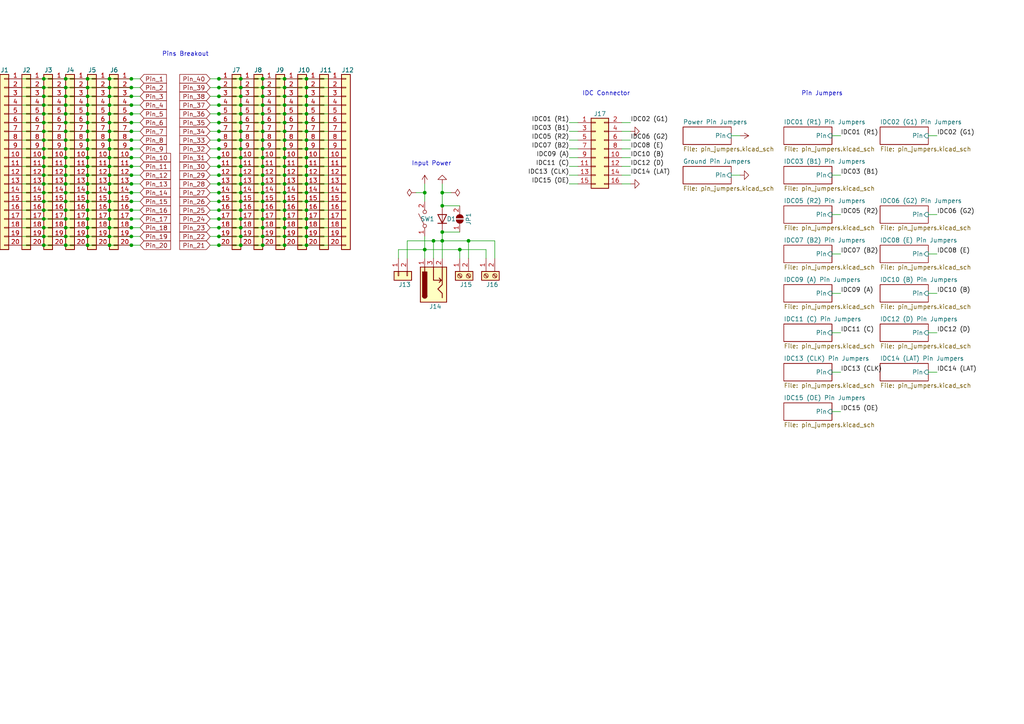
<source format=kicad_sch>
(kicad_sch (version 20221206) (generator eeschema)
  (paper "A4")
  (lib_symbols
    (symbol "Connector:Barrel_Jack_Switch" (pin_names hide)
      (property "Reference" "J" (at 0 5.334 0))
      (property "Value" "Barrel_Jack_Switch" (at 0 -5.08 0))
      (symbol "Barrel_Jack_Switch_0_1"
        (rectangle (start -5.08 3.81) (end 5.08 -3.81) (stroke (width 0.254)) (fill (type background)))
        (arc (start -3.302 3.175) (mid -3.9343 2.54) (end -3.302 1.905) (stroke (width 0.254)))
        (arc (start -3.302 3.175) (mid -3.9343 2.54) (end -3.302 1.905) (stroke (width 0.254)) (fill (type outline)))
        (polyline (pts (xy 1.27 -2.286) (xy 1.905 -1.651)) (stroke (width 0.254)))
        (polyline (pts (xy 5.08 2.54) (xy 3.81 2.54)) (stroke (width 0.254)))
        (polyline (pts (xy 5.08 0) (xy 1.27 0) (xy 1.27 -2.286) (xy 0.635 -1.651)) (stroke (width 0.254)))
        (polyline (pts (xy -3.81 -2.54) (xy -2.54 -2.54) (xy -1.27 -1.27) (xy 0 -2.54) (xy 2.54 -2.54) (xy 5.08 -2.54)) (stroke (width 0.254)))
        (rectangle (start 3.683 3.175) (end -3.302 1.905) (stroke (width 0.254)) (fill (type outline)))
      )
      (symbol "Barrel_Jack_Switch_1_1"
        (pin passive line (at 7.62 2.54 180) (length 2.54) (name "~") (number "1"))
        (pin passive line (at 7.62 -2.54 180) (length 2.54) (name "~") (number "2"))
        (pin passive line (at 7.62 0 180) (length 2.54) (name "~") (number "3"))
      )
    )
    (symbol "Connector:Screw_Terminal_01x02" (pin_names (offset 1.016) hide)
      (property "Reference" "J" (at 0 2.54 0))
      (property "Value" "Screw_Terminal_01x02" (at 0 -5.08 0))
      (symbol "Screw_Terminal_01x02_1_1"
        (rectangle (start -1.27 1.27) (end 1.27 -3.81) (stroke (width 0.254)) (fill (type background)))
        (circle (center 0 -2.54) (radius 0.635) (stroke (width 0.1524)))
        (polyline (pts (xy -0.5334 -2.2098) (xy 0.3302 -3.048)) (stroke (width 0.1524)))
        (polyline (pts (xy -0.5334 0.3302) (xy 0.3302 -0.508)) (stroke (width 0.1524)))
        (polyline (pts (xy -0.3556 -2.032) (xy 0.508 -2.8702)) (stroke (width 0.1524)))
        (polyline (pts (xy -0.3556 0.508) (xy 0.508 -0.3302)) (stroke (width 0.1524)))
        (circle (center 0 0) (radius 0.635) (stroke (width 0.1524)))
        (pin passive line (at -5.08 0 0) (length 3.81) (name "Pin_1") (number "1"))
        (pin passive line (at -5.08 -2.54 0) (length 3.81) (name "Pin_2") (number "2"))
      )
    )
    (symbol "Connector_Generic:Conn_01x02" (pin_names (offset 1.016) hide)
      (property "Reference" "J" (at 0 2.54 0))
      (property "Value" "Conn_01x02" (at 0 -5.08 0))
      (symbol "Conn_01x02_1_1"
        (rectangle (start -1.27 -2.413) (end 0 -2.667) (stroke (width 0.1524)))
        (rectangle (start -1.27 0.127) (end 0 -0.127) (stroke (width 0.1524)))
        (rectangle (start -1.27 1.27) (end 1.27 -3.81) (stroke (width 0.254)) (fill (type background)))
        (pin passive line (at -5.08 0 0) (length 3.81) (name "Pin_1") (number "1"))
        (pin passive line (at -5.08 -2.54 0) (length 3.81) (name "Pin_2") (number "2"))
      )
    )
    (symbol "Connector_Generic:Conn_01x20" (pin_names (offset 1.016) hide)
      (property "Reference" "J" (at 0 25.4 0))
      (property "Value" "Conn_01x20" (at 0 -27.94 0))
      (symbol "Conn_01x20_1_1"
        (rectangle (start -1.27 -25.273) (end 0 -25.527) (stroke (width 0.1524)))
        (rectangle (start -1.27 -22.733) (end 0 -22.987) (stroke (width 0.1524)))
        (rectangle (start -1.27 -20.193) (end 0 -20.447) (stroke (width 0.1524)))
        (rectangle (start -1.27 -17.653) (end 0 -17.907) (stroke (width 0.1524)))
        (rectangle (start -1.27 -15.113) (end 0 -15.367) (stroke (width 0.1524)))
        (rectangle (start -1.27 -12.573) (end 0 -12.827) (stroke (width 0.1524)))
        (rectangle (start -1.27 -10.033) (end 0 -10.287) (stroke (width 0.1524)))
        (rectangle (start -1.27 -7.493) (end 0 -7.747) (stroke (width 0.1524)))
        (rectangle (start -1.27 -4.953) (end 0 -5.207) (stroke (width 0.1524)))
        (rectangle (start -1.27 -2.413) (end 0 -2.667) (stroke (width 0.1524)))
        (rectangle (start -1.27 0.127) (end 0 -0.127) (stroke (width 0.1524)))
        (rectangle (start -1.27 2.667) (end 0 2.413) (stroke (width 0.1524)))
        (rectangle (start -1.27 5.207) (end 0 4.953) (stroke (width 0.1524)))
        (rectangle (start -1.27 7.747) (end 0 7.493) (stroke (width 0.1524)))
        (rectangle (start -1.27 10.287) (end 0 10.033) (stroke (width 0.1524)))
        (rectangle (start -1.27 12.827) (end 0 12.573) (stroke (width 0.1524)))
        (rectangle (start -1.27 15.367) (end 0 15.113) (stroke (width 0.1524)))
        (rectangle (start -1.27 17.907) (end 0 17.653) (stroke (width 0.1524)))
        (rectangle (start -1.27 20.447) (end 0 20.193) (stroke (width 0.1524)))
        (rectangle (start -1.27 22.987) (end 0 22.733) (stroke (width 0.1524)))
        (rectangle (start -1.27 24.13) (end 1.27 -26.67) (stroke (width 0.254)) (fill (type background)))
        (pin passive line (at -5.08 22.86 0) (length 3.81) (name "Pin_1") (number "1"))
        (pin passive line (at -5.08 0 0) (length 3.81) (name "Pin_10") (number "10"))
        (pin passive line (at -5.08 -2.54 0) (length 3.81) (name "Pin_11") (number "11"))
        (pin passive line (at -5.08 -5.08 0) (length 3.81) (name "Pin_12") (number "12"))
        (pin passive line (at -5.08 -7.62 0) (length 3.81) (name "Pin_13") (number "13"))
        (pin passive line (at -5.08 -10.16 0) (length 3.81) (name "Pin_14") (number "14"))
        (pin passive line (at -5.08 -12.7 0) (length 3.81) (name "Pin_15") (number "15"))
        (pin passive line (at -5.08 -15.24 0) (length 3.81) (name "Pin_16") (number "16"))
        (pin passive line (at -5.08 -17.78 0) (length 3.81) (name "Pin_17") (number "17"))
        (pin passive line (at -5.08 -20.32 0) (length 3.81) (name "Pin_18") (number "18"))
        (pin passive line (at -5.08 -22.86 0) (length 3.81) (name "Pin_19") (number "19"))
        (pin passive line (at -5.08 20.32 0) (length 3.81) (name "Pin_2") (number "2"))
        (pin passive line (at -5.08 -25.4 0) (length 3.81) (name "Pin_20") (number "20"))
        (pin passive line (at -5.08 17.78 0) (length 3.81) (name "Pin_3") (number "3"))
        (pin passive line (at -5.08 15.24 0) (length 3.81) (name "Pin_4") (number "4"))
        (pin passive line (at -5.08 12.7 0) (length 3.81) (name "Pin_5") (number "5"))
        (pin passive line (at -5.08 10.16 0) (length 3.81) (name "Pin_6") (number "6"))
        (pin passive line (at -5.08 7.62 0) (length 3.81) (name "Pin_7") (number "7"))
        (pin passive line (at -5.08 5.08 0) (length 3.81) (name "Pin_8") (number "8"))
        (pin passive line (at -5.08 2.54 0) (length 3.81) (name "Pin_9") (number "9"))
      )
    )
    (symbol "Connector_Generic:Conn_02x08_Odd_Even" (pin_names (offset 1.016) hide)
      (property "Reference" "J" (at 1.27 10.16 0))
      (property "Value" "Conn_02x08_Odd_Even" (at 1.27 -12.7 0))
      (symbol "Conn_02x08_Odd_Even_1_1"
        (rectangle (start -1.27 -10.033) (end 0 -10.287) (stroke (width 0.1524)))
        (rectangle (start -1.27 -7.493) (end 0 -7.747) (stroke (width 0.1524)))
        (rectangle (start -1.27 -4.953) (end 0 -5.207) (stroke (width 0.1524)))
        (rectangle (start -1.27 -2.413) (end 0 -2.667) (stroke (width 0.1524)))
        (rectangle (start -1.27 0.127) (end 0 -0.127) (stroke (width 0.1524)))
        (rectangle (start -1.27 2.667) (end 0 2.413) (stroke (width 0.1524)))
        (rectangle (start -1.27 5.207) (end 0 4.953) (stroke (width 0.1524)))
        (rectangle (start -1.27 7.747) (end 0 7.493) (stroke (width 0.1524)))
        (rectangle (start -1.27 8.89) (end 3.81 -11.43) (stroke (width 0.254)) (fill (type background)))
        (rectangle (start 3.81 -10.033) (end 2.54 -10.287) (stroke (width 0.1524)))
        (rectangle (start 3.81 -7.493) (end 2.54 -7.747) (stroke (width 0.1524)))
        (rectangle (start 3.81 -4.953) (end 2.54 -5.207) (stroke (width 0.1524)))
        (rectangle (start 3.81 -2.413) (end 2.54 -2.667) (stroke (width 0.1524)))
        (rectangle (start 3.81 0.127) (end 2.54 -0.127) (stroke (width 0.1524)))
        (rectangle (start 3.81 2.667) (end 2.54 2.413) (stroke (width 0.1524)))
        (rectangle (start 3.81 5.207) (end 2.54 4.953) (stroke (width 0.1524)))
        (rectangle (start 3.81 7.747) (end 2.54 7.493) (stroke (width 0.1524)))
        (pin passive line (at -5.08 7.62 0) (length 3.81) (name "Pin_1") (number "1"))
        (pin passive line (at 7.62 -2.54 180) (length 3.81) (name "Pin_10") (number "10"))
        (pin passive line (at -5.08 -5.08 0) (length 3.81) (name "Pin_11") (number "11"))
        (pin passive line (at 7.62 -5.08 180) (length 3.81) (name "Pin_12") (number "12"))
        (pin passive line (at -5.08 -7.62 0) (length 3.81) (name "Pin_13") (number "13"))
        (pin passive line (at 7.62 -7.62 180) (length 3.81) (name "Pin_14") (number "14"))
        (pin passive line (at -5.08 -10.16 0) (length 3.81) (name "Pin_15") (number "15"))
        (pin passive line (at 7.62 -10.16 180) (length 3.81) (name "Pin_16") (number "16"))
        (pin passive line (at 7.62 7.62 180) (length 3.81) (name "Pin_2") (number "2"))
        (pin passive line (at -5.08 5.08 0) (length 3.81) (name "Pin_3") (number "3"))
        (pin passive line (at 7.62 5.08 180) (length 3.81) (name "Pin_4") (number "4"))
        (pin passive line (at -5.08 2.54 0) (length 3.81) (name "Pin_5") (number "5"))
        (pin passive line (at 7.62 2.54 180) (length 3.81) (name "Pin_6") (number "6"))
        (pin passive line (at -5.08 0 0) (length 3.81) (name "Pin_7") (number "7"))
        (pin passive line (at 7.62 0 180) (length 3.81) (name "Pin_8") (number "8"))
        (pin passive line (at -5.08 -2.54 0) (length 3.81) (name "Pin_9") (number "9"))
      )
    )
    (symbol "Device:D" (pin_numbers hide) (pin_names (offset 1.016) hide)
      (property "Reference" "D" (at 0 2.54 0))
      (property "Value" "D" (at 0 -2.54 0))
      (symbol "D_0_1"
        (polyline (pts (xy -1.27 1.27) (xy -1.27 -1.27)) (stroke (width 0.254)))
        (polyline (pts (xy 1.27 0) (xy -1.27 0)))
        (polyline (pts (xy 1.27 1.27) (xy 1.27 -1.27) (xy -1.27 0) (xy 1.27 1.27)) (stroke (width 0.254)))
      )
      (symbol "D_1_1"
        (pin passive line (at -3.81 0 0) (length 2.54) (name "K") (number "1"))
        (pin passive line (at 3.81 0 180) (length 2.54) (name "A") (number "2"))
      )
    )
    (symbol "Jumper:SolderJumper_2_Open" (pin_names (offset 0) hide)
      (property "Reference" "JP" (at 0 2.032 0))
      (property "Value" "SolderJumper_2_Open" (at 0 -2.54 0))
      (symbol "SolderJumper_2_Open_0_1"
        (arc (start -0.254 1.016) (mid -1.2656 0) (end -0.254 -1.016))
        (arc (start -0.254 1.016) (mid -1.2656 0) (end -0.254 -1.016) (fill (type outline)))
        (polyline (pts (xy -0.254 1.016) (xy -0.254 -1.016)))
        (polyline (pts (xy 0.254 1.016) (xy 0.254 -1.016)))
        (arc (start 0.254 -1.016) (mid 1.2656 0) (end 0.254 1.016))
        (arc (start 0.254 -1.016) (mid 1.2656 0) (end 0.254 1.016) (fill (type outline)))
      )
      (symbol "SolderJumper_2_Open_1_1"
        (pin passive line (at -3.81 0 0) (length 2.54) (name "A") (number "1"))
        (pin passive line (at 3.81 0 180) (length 2.54) (name "B") (number "2"))
      )
    )
    (symbol "Switch:SW_SPST" (pin_names (offset 0) hide)
      (property "Reference" "SW" (at 0 3.175 0))
      (property "Value" "SW_SPST" (at 0 -2.54 0))
      (symbol "SW_SPST_0_0"
        (circle (center -2.032 0) (radius 0.508))
        (polyline (pts (xy -1.524 0.254) (xy 1.524 1.778)))
        (circle (center 2.032 0) (radius 0.508))
      )
      (symbol "SW_SPST_1_1"
        (pin passive line (at -5.08 0 0) (length 2.54) (name "A") (number "1"))
        (pin passive line (at 5.08 0 180) (length 2.54) (name "B") (number "2"))
      )
    )
    (symbol "power:GND" (power) (pin_names (offset 0))
      (property "Value" "GND" (at 0 -3.81 0))
      (symbol "GND_0_1"
        (polyline (pts (xy 0 0) (xy 0 -1.27) (xy 1.27 -1.27) (xy 0 -2.54) (xy -1.27 -1.27) (xy 0 -1.27)))
      )
      (symbol "GND_1_1"
        (pin power_in line (at 0 0 270) (length 0) hide (name "GND") (number "1"))
      )
    )
    (symbol "power:PWR_FLAG" (power) (pin_numbers hide) (pin_names (offset 0) hide)
      (property "Value" "PWR_FLAG" (at 0 3.81 0))
      (symbol "PWR_FLAG_0_0"
        (pin power_out line (at 0 0 90) (length 0) (name "pwr") (number "1"))
      )
      (symbol "PWR_FLAG_0_1"
        (polyline (pts (xy 0 0) (xy 0 1.27) (xy -1.016 1.905) (xy 0 2.54) (xy 1.016 1.905) (xy 0 1.27)))
      )
    )
    (symbol "power:VCC" (power) (pin_names (offset 0))
      (property "Value" "VCC" (at 0 3.81 0))
      (symbol "VCC_0_1"
        (polyline (pts (xy -0.762 1.27) (xy 0 2.54)))
        (polyline (pts (xy 0 0) (xy 0 2.54)))
        (polyline (pts (xy 0 2.54) (xy 0.762 1.27)))
      )
      (symbol "VCC_1_1"
        (pin power_in line (at 0 0 90) (length 0) hide (name "VCC") (number "1"))
      )
    )
  )
  (junction (at 88.9 50.8))
  (junction (at 88.9 66.04))
  (junction (at 88.9 35.56))
  (junction (at 63.5 45.72))
  (junction (at 19.05 35.56))
  (junction (at 69.85 40.64))
  (junction (at 19.05 27.94))
  (junction (at 69.85 68.58))
  (junction (at 63.5 43.18))
  (junction (at 12.7 22.86))
  (junction (at 38.1 53.34))
  (junction (at 76.2 27.94))
  (junction (at 63.5 27.94))
  (junction (at 38.1 45.72))
  (junction (at 19.05 53.34))
  (junction (at 31.75 45.72))
  (junction (at 88.9 63.5))
  (junction (at 125.73 69.85))
  (junction (at 63.5 53.34))
  (junction (at 25.4 25.4))
  (junction (at 19.05 68.58))
  (junction (at 63.5 40.64))
  (junction (at 12.7 60.96))
  (junction (at 76.2 35.56))
  (junction (at 82.55 50.8))
  (junction (at 69.85 45.72))
  (junction (at 69.85 35.56))
  (junction (at 31.75 33.02))
  (junction (at 12.7 53.34))
  (junction (at 12.7 30.48))
  (junction (at 38.1 43.18))
  (junction (at 88.9 27.94))
  (junction (at 12.7 33.02))
  (junction (at 63.5 63.5))
  (junction (at 63.5 48.26))
  (junction (at 25.4 45.72))
  (junction (at 38.1 22.86))
  (junction (at 76.2 55.88))
  (junction (at 135.89 69.85))
  (junction (at 69.85 27.94))
  (junction (at 128.27 55.88))
  (junction (at 63.5 55.88))
  (junction (at 88.9 71.12))
  (junction (at 82.55 30.48))
  (junction (at 88.9 25.4))
  (junction (at 25.4 60.96))
  (junction (at 31.75 53.34))
  (junction (at 25.4 43.18))
  (junction (at 31.75 71.12))
  (junction (at 63.5 60.96))
  (junction (at 82.55 38.1))
  (junction (at 76.2 45.72))
  (junction (at 63.5 38.1))
  (junction (at 88.9 68.58))
  (junction (at 76.2 48.26))
  (junction (at 69.85 55.88))
  (junction (at 76.2 63.5))
  (junction (at 31.75 22.86))
  (junction (at 25.4 27.94))
  (junction (at 63.5 30.48))
  (junction (at 76.2 50.8))
  (junction (at 63.5 50.8))
  (junction (at 25.4 33.02))
  (junction (at 63.5 68.58))
  (junction (at 19.05 66.04))
  (junction (at 38.1 38.1))
  (junction (at 69.85 30.48))
  (junction (at 25.4 63.5))
  (junction (at 69.85 22.86))
  (junction (at 38.1 25.4))
  (junction (at 31.75 60.96))
  (junction (at 38.1 68.58))
  (junction (at 63.5 58.42))
  (junction (at 38.1 60.96))
  (junction (at 31.75 30.48))
  (junction (at 76.2 66.04))
  (junction (at 31.75 25.4))
  (junction (at 38.1 48.26))
  (junction (at 38.1 66.04))
  (junction (at 31.75 58.42))
  (junction (at 76.2 22.86))
  (junction (at 76.2 40.64))
  (junction (at 82.55 63.5))
  (junction (at 63.5 22.86))
  (junction (at 69.85 38.1))
  (junction (at 69.85 71.12))
  (junction (at 82.55 40.64))
  (junction (at 25.4 48.26))
  (junction (at 82.55 35.56))
  (junction (at 19.05 71.12))
  (junction (at 82.55 43.18))
  (junction (at 12.7 43.18))
  (junction (at 25.4 53.34))
  (junction (at 19.05 48.26))
  (junction (at 88.9 30.48))
  (junction (at 82.55 55.88))
  (junction (at 82.55 48.26))
  (junction (at 128.27 67.31))
  (junction (at 69.85 48.26))
  (junction (at 69.85 66.04))
  (junction (at 76.2 25.4))
  (junction (at 88.9 45.72))
  (junction (at 63.5 33.02))
  (junction (at 76.2 71.12))
  (junction (at 38.1 33.02))
  (junction (at 19.05 60.96))
  (junction (at 12.7 55.88))
  (junction (at 82.55 60.96))
  (junction (at 31.75 66.04))
  (junction (at 88.9 53.34))
  (junction (at 31.75 35.56))
  (junction (at 31.75 55.88))
  (junction (at 25.4 35.56))
  (junction (at 19.05 43.18))
  (junction (at 25.4 71.12))
  (junction (at 88.9 40.64))
  (junction (at 76.2 53.34))
  (junction (at 25.4 22.86))
  (junction (at 69.85 60.96))
  (junction (at 82.55 71.12))
  (junction (at 38.1 30.48))
  (junction (at 38.1 27.94))
  (junction (at 31.75 48.26))
  (junction (at 19.05 22.86))
  (junction (at 76.2 60.96))
  (junction (at 88.9 33.02))
  (junction (at 69.85 63.5))
  (junction (at 19.05 63.5))
  (junction (at 12.7 58.42))
  (junction (at 82.55 66.04))
  (junction (at 31.75 50.8))
  (junction (at 88.9 22.86))
  (junction (at 76.2 30.48))
  (junction (at 31.75 40.64))
  (junction (at 133.35 72.39))
  (junction (at 88.9 55.88))
  (junction (at 38.1 63.5))
  (junction (at 31.75 43.18))
  (junction (at 82.55 45.72))
  (junction (at 19.05 58.42))
  (junction (at 63.5 25.4))
  (junction (at 128.27 59.69))
  (junction (at 12.7 66.04))
  (junction (at 82.55 68.58))
  (junction (at 38.1 55.88))
  (junction (at 19.05 38.1))
  (junction (at 82.55 25.4))
  (junction (at 76.2 43.18))
  (junction (at 12.7 71.12))
  (junction (at 31.75 38.1))
  (junction (at 69.85 53.34))
  (junction (at 88.9 43.18))
  (junction (at 12.7 45.72))
  (junction (at 12.7 35.56))
  (junction (at 88.9 38.1))
  (junction (at 12.7 48.26))
  (junction (at 128.27 69.85))
  (junction (at 19.05 33.02))
  (junction (at 38.1 58.42))
  (junction (at 31.75 27.94))
  (junction (at 19.05 40.64))
  (junction (at 63.5 71.12))
  (junction (at 76.2 38.1))
  (junction (at 19.05 45.72))
  (junction (at 25.4 68.58))
  (junction (at 12.7 27.94))
  (junction (at 69.85 25.4))
  (junction (at 19.05 25.4))
  (junction (at 123.19 55.88))
  (junction (at 63.5 35.56))
  (junction (at 82.55 33.02))
  (junction (at 25.4 66.04))
  (junction (at 12.7 38.1))
  (junction (at 38.1 35.56))
  (junction (at 12.7 50.8))
  (junction (at 12.7 63.5))
  (junction (at 38.1 40.64))
  (junction (at 63.5 66.04))
  (junction (at 76.2 68.58))
  (junction (at 69.85 58.42))
  (junction (at 82.55 53.34))
  (junction (at 82.55 58.42))
  (junction (at 12.7 25.4))
  (junction (at 31.75 63.5))
  (junction (at 69.85 33.02))
  (junction (at 25.4 38.1))
  (junction (at 25.4 55.88))
  (junction (at 69.85 50.8))
  (junction (at 25.4 40.64))
  (junction (at 76.2 58.42))
  (junction (at 88.9 48.26))
  (junction (at 82.55 27.94))
  (junction (at 25.4 30.48))
  (junction (at 19.05 55.88))
  (junction (at 19.05 30.48))
  (junction (at 123.19 72.39))
  (junction (at 38.1 71.12))
  (junction (at 25.4 50.8))
  (junction (at 25.4 58.42))
  (junction (at 76.2 33.02))
  (junction (at 69.85 43.18))
  (junction (at 82.55 22.86))
  (junction (at 12.7 40.64))
  (junction (at 38.1 50.8))
  (junction (at 88.9 60.96))
  (junction (at 19.05 50.8))
  (junction (at 88.9 58.42))
  (junction (at 12.7 68.58))
  (junction (at 31.75 68.58))
  (wire (pts (xy 60.96 60.96) (xy 63.5 60.96)))
  (wire (pts (xy 69.85 53.34) (xy 63.5 53.34)))
  (wire (pts (xy 125.73 69.85) (xy 128.27 69.85)))
  (wire (pts (xy 69.85 40.64) (xy 63.5 40.64)))
  (wire (pts (xy 76.2 66.04) (xy 82.55 66.04)))
  (wire (pts (xy 82.55 22.86) (xy 88.9 22.86)))
  (wire (pts (xy 69.85 66.04) (xy 63.5 66.04)))
  (wire (pts (xy 241.3 39.37) (xy 243.84 39.37)))
  (wire (pts (xy 76.2 30.48) (xy 82.55 30.48)))
  (wire (pts (xy 60.96 55.88) (xy 63.5 55.88)))
  (wire (pts (xy 6.35 55.88) (xy 12.7 55.88)))
  (wire (pts (xy 133.35 72.39) (xy 140.97 72.39)))
  (wire (pts (xy 82.55 55.88) (xy 88.9 55.88)))
  (wire (pts (xy 118.11 74.93) (xy 118.11 69.85)))
  (wire (pts (xy 6.35 27.94) (xy 12.7 27.94)))
  (wire (pts (xy 31.75 55.88) (xy 38.1 55.88)))
  (wire (pts (xy 241.3 62.23) (xy 243.84 62.23)))
  (wire (pts (xy 76.2 48.26) (xy 82.55 48.26)))
  (wire (pts (xy 165.1 53.34) (xy 167.64 53.34)))
  (wire (pts (xy 25.4 60.96) (xy 19.05 60.96)))
  (wire (pts (xy 25.4 71.12) (xy 31.75 71.12)))
  (wire (pts (xy 19.05 63.5) (xy 12.7 63.5)))
  (wire (pts (xy 25.4 45.72) (xy 31.75 45.72)))
  (wire (pts (xy 25.4 55.88) (xy 19.05 55.88)))
  (wire (pts (xy 95.25 58.42) (xy 88.9 58.42)))
  (wire (pts (xy 241.3 96.52) (xy 243.84 96.52)))
  (wire (pts (xy 269.24 107.95) (xy 271.78 107.95)))
  (wire (pts (xy 182.88 53.34) (xy 180.34 53.34)))
  (wire (pts (xy 128.27 55.88) (xy 128.27 59.69)))
  (wire (pts (xy 123.19 55.88) (xy 123.19 58.42)))
  (wire (pts (xy 25.4 50.8) (xy 31.75 50.8)))
  (wire (pts (xy 165.1 38.1) (xy 167.64 38.1)))
  (wire (pts (xy 95.25 63.5) (xy 88.9 63.5)))
  (wire (pts (xy 182.88 40.64) (xy 180.34 40.64)))
  (wire (pts (xy 95.25 33.02) (xy 88.9 33.02)))
  (wire (pts (xy 25.4 33.02) (xy 19.05 33.02)))
  (wire (pts (xy 82.55 71.12) (xy 88.9 71.12)))
  (wire (pts (xy 31.75 63.5) (xy 38.1 63.5)))
  (wire (pts (xy 95.25 43.18) (xy 88.9 43.18)))
  (wire (pts (xy 69.85 43.18) (xy 76.2 43.18)))
  (wire (pts (xy 182.88 35.56) (xy 180.34 35.56)))
  (wire (pts (xy 19.05 22.86) (xy 12.7 22.86)))
  (wire (pts (xy 25.4 40.64) (xy 31.75 40.64)))
  (wire (pts (xy 241.3 107.95) (xy 243.84 107.95)))
  (wire (pts (xy 25.4 66.04) (xy 19.05 66.04)))
  (wire (pts (xy 95.25 68.58) (xy 88.9 68.58)))
  (wire (pts (xy 128.27 67.31) (xy 133.35 67.31)))
  (wire (pts (xy 182.88 43.18) (xy 180.34 43.18)))
  (wire (pts (xy 38.1 53.34) (xy 40.64 53.34)))
  (wire (pts (xy 6.35 58.42) (xy 12.7 58.42)))
  (wire (pts (xy 25.4 71.12) (xy 19.05 71.12)))
  (wire (pts (xy 82.55 53.34) (xy 88.9 53.34)))
  (wire (pts (xy 6.35 50.8) (xy 12.7 50.8)))
  (wire (pts (xy 25.4 58.42) (xy 31.75 58.42)))
  (wire (pts (xy 69.85 22.86) (xy 76.2 22.86)))
  (wire (pts (xy 69.85 33.02) (xy 63.5 33.02)))
  (wire (pts (xy 38.1 35.56) (xy 40.64 35.56)))
  (wire (pts (xy 212.09 50.8) (xy 214.63 50.8)))
  (wire (pts (xy 38.1 68.58) (xy 40.64 68.58)))
  (wire (pts (xy 69.85 48.26) (xy 76.2 48.26)))
  (wire (pts (xy 38.1 25.4) (xy 40.64 25.4)))
  (wire (pts (xy 69.85 38.1) (xy 76.2 38.1)))
  (wire (pts (xy 60.96 45.72) (xy 63.5 45.72)))
  (wire (pts (xy 133.35 74.93) (xy 133.35 72.39)))
  (wire (pts (xy 25.4 43.18) (xy 31.75 43.18)))
  (wire (pts (xy 38.1 50.8) (xy 40.64 50.8)))
  (wire (pts (xy 95.25 25.4) (xy 88.9 25.4)))
  (wire (pts (xy 82.55 60.96) (xy 88.9 60.96)))
  (wire (pts (xy 38.1 48.26) (xy 40.64 48.26)))
  (wire (pts (xy 19.05 33.02) (xy 12.7 33.02)))
  (wire (pts (xy 69.85 38.1) (xy 63.5 38.1)))
  (wire (pts (xy 38.1 58.42) (xy 40.64 58.42)))
  (wire (pts (xy 76.2 40.64) (xy 82.55 40.64)))
  (wire (pts (xy 60.96 25.4) (xy 63.5 25.4)))
  (wire (pts (xy 115.57 74.93) (xy 115.57 72.39)))
  (wire (pts (xy 182.88 38.1) (xy 180.34 38.1)))
  (wire (pts (xy 25.4 50.8) (xy 19.05 50.8)))
  (wire (pts (xy 130.81 55.88) (xy 128.27 55.88)))
  (wire (pts (xy 25.4 68.58) (xy 31.75 68.58)))
  (wire (pts (xy 19.05 45.72) (xy 12.7 45.72)))
  (wire (pts (xy 82.55 50.8) (xy 88.9 50.8)))
  (wire (pts (xy 135.89 69.85) (xy 143.51 69.85)))
  (wire (pts (xy 69.85 63.5) (xy 76.2 63.5)))
  (wire (pts (xy 6.35 40.64) (xy 12.7 40.64)))
  (wire (pts (xy 31.75 35.56) (xy 38.1 35.56)))
  (wire (pts (xy 19.05 27.94) (xy 12.7 27.94)))
  (wire (pts (xy 82.55 40.64) (xy 88.9 40.64)))
  (wire (pts (xy 25.4 48.26) (xy 31.75 48.26)))
  (wire (pts (xy 82.55 33.02) (xy 88.9 33.02)))
  (wire (pts (xy 25.4 33.02) (xy 31.75 33.02)))
  (wire (pts (xy 82.55 25.4) (xy 88.9 25.4)))
  (wire (pts (xy 60.96 33.02) (xy 63.5 33.02)))
  (wire (pts (xy 31.75 45.72) (xy 38.1 45.72)))
  (wire (pts (xy 38.1 45.72) (xy 40.64 45.72)))
  (wire (pts (xy 82.55 58.42) (xy 88.9 58.42)))
  (wire (pts (xy 76.2 35.56) (xy 82.55 35.56)))
  (wire (pts (xy 6.35 35.56) (xy 12.7 35.56)))
  (wire (pts (xy 60.96 68.58) (xy 63.5 68.58)))
  (wire (pts (xy 19.05 38.1) (xy 12.7 38.1)))
  (wire (pts (xy 19.05 68.58) (xy 12.7 68.58)))
  (wire (pts (xy 6.35 63.5) (xy 12.7 63.5)))
  (wire (pts (xy 76.2 38.1) (xy 82.55 38.1)))
  (wire (pts (xy 25.4 48.26) (xy 19.05 48.26)))
  (wire (pts (xy 69.85 40.64) (xy 76.2 40.64)))
  (wire (pts (xy 95.25 60.96) (xy 88.9 60.96)))
  (wire (pts (xy 69.85 33.02) (xy 76.2 33.02)))
  (wire (pts (xy 25.4 66.04) (xy 31.75 66.04)))
  (wire (pts (xy 128.27 59.69) (xy 133.35 59.69)))
  (wire (pts (xy 19.05 30.48) (xy 12.7 30.48)))
  (wire (pts (xy 31.75 30.48) (xy 38.1 30.48)))
  (wire (pts (xy 69.85 71.12) (xy 76.2 71.12)))
  (wire (pts (xy 60.96 27.94) (xy 63.5 27.94)))
  (wire (pts (xy 25.4 30.48) (xy 31.75 30.48)))
  (wire (pts (xy 25.4 45.72) (xy 19.05 45.72)))
  (wire (pts (xy 241.3 50.8) (xy 243.84 50.8)))
  (wire (pts (xy 165.1 48.26) (xy 167.64 48.26)))
  (wire (pts (xy 19.05 35.56) (xy 12.7 35.56)))
  (wire (pts (xy 31.75 58.42) (xy 38.1 58.42)))
  (wire (pts (xy 76.2 50.8) (xy 82.55 50.8)))
  (wire (pts (xy 69.85 25.4) (xy 76.2 25.4)))
  (wire (pts (xy 165.1 35.56) (xy 167.64 35.56)))
  (wire (pts (xy 95.25 55.88) (xy 88.9 55.88)))
  (wire (pts (xy 6.35 68.58) (xy 12.7 68.58)))
  (wire (pts (xy 123.19 53.34) (xy 123.19 55.88)))
  (wire (pts (xy 135.89 69.85) (xy 128.27 69.85)))
  (wire (pts (xy 69.85 66.04) (xy 76.2 66.04)))
  (wire (pts (xy 25.4 43.18) (xy 19.05 43.18)))
  (wire (pts (xy 25.4 27.94) (xy 31.75 27.94)))
  (wire (pts (xy 69.85 55.88) (xy 63.5 55.88)))
  (wire (pts (xy 69.85 68.58) (xy 63.5 68.58)))
  (wire (pts (xy 25.4 53.34) (xy 19.05 53.34)))
  (wire (pts (xy 25.4 68.58) (xy 19.05 68.58)))
  (wire (pts (xy 19.05 53.34) (xy 12.7 53.34)))
  (wire (pts (xy 69.85 63.5) (xy 63.5 63.5)))
  (wire (pts (xy 69.85 30.48) (xy 63.5 30.48)))
  (wire (pts (xy 82.55 66.04) (xy 88.9 66.04)))
  (wire (pts (xy 31.75 48.26) (xy 38.1 48.26)))
  (wire (pts (xy 269.24 96.52) (xy 271.78 96.52)))
  (wire (pts (xy 31.75 68.58) (xy 38.1 68.58)))
  (wire (pts (xy 135.89 74.93) (xy 135.89 69.85)))
  (wire (pts (xy 76.2 25.4) (xy 82.55 25.4)))
  (wire (pts (xy 38.1 60.96) (xy 40.64 60.96)))
  (wire (pts (xy 6.35 25.4) (xy 12.7 25.4)))
  (wire (pts (xy 95.25 22.86) (xy 88.9 22.86)))
  (wire (pts (xy 123.19 68.58) (xy 123.19 72.39)))
  (wire (pts (xy 69.85 45.72) (xy 63.5 45.72)))
  (wire (pts (xy 19.05 40.64) (xy 12.7 40.64)))
  (wire (pts (xy 69.85 27.94) (xy 63.5 27.94)))
  (wire (pts (xy 6.35 33.02) (xy 12.7 33.02)))
  (wire (pts (xy 31.75 50.8) (xy 38.1 50.8)))
  (wire (pts (xy 31.75 43.18) (xy 38.1 43.18)))
  (wire (pts (xy 82.55 43.18) (xy 88.9 43.18)))
  (wire (pts (xy 60.96 58.42) (xy 63.5 58.42)))
  (wire (pts (xy 25.4 63.5) (xy 31.75 63.5)))
  (wire (pts (xy 38.1 30.48) (xy 40.64 30.48)))
  (wire (pts (xy 128.27 67.31) (xy 128.27 69.85)))
  (wire (pts (xy 6.35 38.1) (xy 12.7 38.1)))
  (wire (pts (xy 95.25 66.04) (xy 88.9 66.04)))
  (wire (pts (xy 69.85 53.34) (xy 76.2 53.34)))
  (wire (pts (xy 31.75 27.94) (xy 38.1 27.94)))
  (wire (pts (xy 95.25 71.12) (xy 88.9 71.12)))
  (wire (pts (xy 118.11 69.85) (xy 125.73 69.85)))
  (wire (pts (xy 69.85 58.42) (xy 76.2 58.42)))
  (wire (pts (xy 76.2 43.18) (xy 82.55 43.18)))
  (wire (pts (xy 25.4 58.42) (xy 19.05 58.42)))
  (wire (pts (xy 31.75 60.96) (xy 38.1 60.96)))
  (wire (pts (xy 143.51 69.85) (xy 143.51 74.93)))
  (wire (pts (xy 133.35 72.39) (xy 123.19 72.39)))
  (wire (pts (xy 6.35 60.96) (xy 12.7 60.96)))
  (wire (pts (xy 6.35 71.12) (xy 12.7 71.12)))
  (wire (pts (xy 82.55 63.5) (xy 88.9 63.5)))
  (wire (pts (xy 25.4 22.86) (xy 19.05 22.86)))
  (wire (pts (xy 60.96 30.48) (xy 63.5 30.48)))
  (wire (pts (xy 60.96 35.56) (xy 63.5 35.56)))
  (wire (pts (xy 269.24 85.09) (xy 271.78 85.09)))
  (wire (pts (xy 6.35 66.04) (xy 12.7 66.04)))
  (wire (pts (xy 69.85 60.96) (xy 76.2 60.96)))
  (wire (pts (xy 212.09 39.37) (xy 214.63 39.37)))
  (wire (pts (xy 19.05 43.18) (xy 12.7 43.18)))
  (wire (pts (xy 6.35 48.26) (xy 12.7 48.26)))
  (wire (pts (xy 95.25 27.94) (xy 88.9 27.94)))
  (wire (pts (xy 60.96 71.12) (xy 63.5 71.12)))
  (wire (pts (xy 69.85 35.56) (xy 76.2 35.56)))
  (wire (pts (xy 25.4 30.48) (xy 19.05 30.48)))
  (wire (pts (xy 25.4 25.4) (xy 31.75 25.4)))
  (wire (pts (xy 38.1 66.04) (xy 40.64 66.04)))
  (wire (pts (xy 76.2 68.58) (xy 82.55 68.58)))
  (wire (pts (xy 269.24 62.23) (xy 271.78 62.23)))
  (wire (pts (xy 69.85 68.58) (xy 76.2 68.58)))
  (wire (pts (xy 38.1 43.18) (xy 40.64 43.18)))
  (wire (pts (xy 69.85 71.12) (xy 63.5 71.12)))
  (wire (pts (xy 25.4 35.56) (xy 19.05 35.56)))
  (wire (pts (xy 25.4 25.4) (xy 19.05 25.4)))
  (wire (pts (xy 69.85 60.96) (xy 63.5 60.96)))
  (wire (pts (xy 19.05 66.04) (xy 12.7 66.04)))
  (wire (pts (xy 60.96 53.34) (xy 63.5 53.34)))
  (wire (pts (xy 69.85 25.4) (xy 63.5 25.4)))
  (wire (pts (xy 76.2 45.72) (xy 82.55 45.72)))
  (wire (pts (xy 82.55 68.58) (xy 88.9 68.58)))
  (wire (pts (xy 76.2 71.12) (xy 82.55 71.12)))
  (wire (pts (xy 25.4 22.86) (xy 31.75 22.86)))
  (wire (pts (xy 38.1 33.02) (xy 40.64 33.02)))
  (wire (pts (xy 76.2 60.96) (xy 82.55 60.96)))
  (wire (pts (xy 25.4 63.5) (xy 19.05 63.5)))
  (wire (pts (xy 76.2 55.88) (xy 82.55 55.88)))
  (wire (pts (xy 95.25 38.1) (xy 88.9 38.1)))
  (wire (pts (xy 19.05 48.26) (xy 12.7 48.26)))
  (wire (pts (xy 25.4 35.56) (xy 31.75 35.56)))
  (wire (pts (xy 123.19 72.39) (xy 123.19 74.93)))
  (wire (pts (xy 69.85 30.48) (xy 76.2 30.48)))
  (wire (pts (xy 31.75 66.04) (xy 38.1 66.04)))
  (wire (pts (xy 31.75 53.34) (xy 38.1 53.34)))
  (wire (pts (xy 76.2 53.34) (xy 82.55 53.34)))
  (wire (pts (xy 31.75 38.1) (xy 38.1 38.1)))
  (wire (pts (xy 241.3 119.38) (xy 243.84 119.38)))
  (wire (pts (xy 69.85 58.42) (xy 63.5 58.42)))
  (wire (pts (xy 31.75 33.02) (xy 38.1 33.02)))
  (wire (pts (xy 128.27 53.34) (xy 128.27 55.88)))
  (wire (pts (xy 31.75 25.4) (xy 38.1 25.4)))
  (wire (pts (xy 165.1 43.18) (xy 167.64 43.18)))
  (wire (pts (xy 25.4 53.34) (xy 31.75 53.34)))
  (wire (pts (xy 241.3 73.66) (xy 243.84 73.66)))
  (wire (pts (xy 31.75 71.12) (xy 38.1 71.12)))
  (wire (pts (xy 165.1 40.64) (xy 167.64 40.64)))
  (wire (pts (xy 82.55 45.72) (xy 88.9 45.72)))
  (wire (pts (xy 69.85 45.72) (xy 76.2 45.72)))
  (wire (pts (xy 19.05 58.42) (xy 12.7 58.42)))
  (wire (pts (xy 82.55 48.26) (xy 88.9 48.26)))
  (wire (pts (xy 241.3 85.09) (xy 243.84 85.09)))
  (wire (pts (xy 6.35 43.18) (xy 12.7 43.18)))
  (wire (pts (xy 6.35 30.48) (xy 12.7 30.48)))
  (wire (pts (xy 182.88 45.72) (xy 180.34 45.72)))
  (wire (pts (xy 165.1 45.72) (xy 167.64 45.72)))
  (wire (pts (xy 95.25 48.26) (xy 88.9 48.26)))
  (wire (pts (xy 76.2 22.86) (xy 82.55 22.86)))
  (wire (pts (xy 69.85 22.86) (xy 63.5 22.86)))
  (wire (pts (xy 25.4 38.1) (xy 19.05 38.1)))
  (wire (pts (xy 182.88 48.26) (xy 180.34 48.26)))
  (wire (pts (xy 69.85 27.94) (xy 76.2 27.94)))
  (wire (pts (xy 95.25 50.8) (xy 88.9 50.8)))
  (wire (pts (xy 115.57 72.39) (xy 123.19 72.39)))
  (wire (pts (xy 60.96 50.8) (xy 63.5 50.8)))
  (wire (pts (xy 69.85 50.8) (xy 63.5 50.8)))
  (wire (pts (xy 25.4 38.1) (xy 31.75 38.1)))
  (wire (pts (xy 31.75 40.64) (xy 38.1 40.64)))
  (wire (pts (xy 38.1 71.12) (xy 40.64 71.12)))
  (wire (pts (xy 76.2 63.5) (xy 82.55 63.5)))
  (wire (pts (xy 38.1 27.94) (xy 40.64 27.94)))
  (wire (pts (xy 125.73 69.85) (xy 125.73 74.93)))
  (wire (pts (xy 69.85 55.88) (xy 76.2 55.88)))
  (wire (pts (xy 69.85 43.18) (xy 63.5 43.18)))
  (wire (pts (xy 25.4 60.96) (xy 31.75 60.96)))
  (wire (pts (xy 19.05 25.4) (xy 12.7 25.4)))
  (wire (pts (xy 60.96 48.26) (xy 63.5 48.26)))
  (wire (pts (xy 82.55 30.48) (xy 88.9 30.48)))
  (wire (pts (xy 82.55 27.94) (xy 88.9 27.94)))
  (wire (pts (xy 128.27 69.85) (xy 128.27 74.93)))
  (wire (pts (xy 25.4 27.94) (xy 19.05 27.94)))
  (wire (pts (xy 95.25 53.34) (xy 88.9 53.34)))
  (wire (pts (xy 19.05 60.96) (xy 12.7 60.96)))
  (wire (pts (xy 140.97 74.93) (xy 140.97 72.39)))
  (wire (pts (xy 69.85 35.56) (xy 63.5 35.56)))
  (wire (pts (xy 269.24 73.66) (xy 271.78 73.66)))
  (wire (pts (xy 95.25 45.72) (xy 88.9 45.72)))
  (wire (pts (xy 60.96 38.1) (xy 63.5 38.1)))
  (wire (pts (xy 165.1 50.8) (xy 167.64 50.8)))
  (wire (pts (xy 60.96 66.04) (xy 63.5 66.04)))
  (wire (pts (xy 38.1 55.88) (xy 40.64 55.88)))
  (wire (pts (xy 69.85 48.26) (xy 63.5 48.26)))
  (wire (pts (xy 6.35 22.86) (xy 12.7 22.86)))
  (wire (pts (xy 19.05 50.8) (xy 12.7 50.8)))
  (wire (pts (xy 38.1 40.64) (xy 40.64 40.64)))
  (wire (pts (xy 69.85 50.8) (xy 76.2 50.8)))
  (wire (pts (xy 76.2 58.42) (xy 82.55 58.42)))
  (wire (pts (xy 60.96 43.18) (xy 63.5 43.18)))
  (wire (pts (xy 60.96 63.5) (xy 63.5 63.5)))
  (wire (pts (xy 60.96 22.86) (xy 63.5 22.86)))
  (wire (pts (xy 95.25 30.48) (xy 88.9 30.48)))
  (wire (pts (xy 82.55 35.56) (xy 88.9 35.56)))
  (wire (pts (xy 82.55 38.1) (xy 88.9 38.1)))
  (wire (pts (xy 76.2 27.94) (xy 82.55 27.94)))
  (wire (pts (xy 19.05 71.12) (xy 12.7 71.12)))
  (wire (pts (xy 95.25 40.64) (xy 88.9 40.64)))
  (wire (pts (xy 182.88 50.8) (xy 180.34 50.8)))
  (wire (pts (xy 31.75 22.86) (xy 38.1 22.86)))
  (wire (pts (xy 95.25 35.56) (xy 88.9 35.56)))
  (wire (pts (xy 76.2 33.02) (xy 82.55 33.02)))
  (wire (pts (xy 38.1 22.86) (xy 40.64 22.86)))
  (wire (pts (xy 120.65 55.88) (xy 123.19 55.88)))
  (wire (pts (xy 6.35 53.34) (xy 12.7 53.34)))
  (wire (pts (xy 19.05 55.88) (xy 12.7 55.88)))
  (wire (pts (xy 269.24 39.37) (xy 271.78 39.37)))
  (wire (pts (xy 6.35 45.72) (xy 12.7 45.72)))
  (wire (pts (xy 38.1 38.1) (xy 40.64 38.1)))
  (wire (pts (xy 60.96 40.64) (xy 63.5 40.64)))
  (wire (pts (xy 38.1 63.5) (xy 40.64 63.5)))
  (wire (pts (xy 25.4 40.64) (xy 19.05 40.64)))
  (wire (pts (xy 25.4 55.88) (xy 31.75 55.88)))
  (text "Pins Breakout" (at 46.99 16.51 0) (effects (font (size 1.27 1.27)) (justify left bottom)))
  (text "IDC Connector" (at 168.91 27.94 0) (effects (font (size 1.27 1.27)) (justify left bottom)))
  (text "Input Power" (at 119.38 48.26 0) (effects (font (size 1.27 1.27)) (justify left bottom)))
  (text "Pin Jumpers" (at 232.41 27.94 0) (effects (font (size 1.27 1.27)) (justify left bottom)))
  (label "IDC05 (R2)" (at 243.84 62.23 0))
  (label "IDC02 (G1)" (at 182.88 35.56 0))
  (label "IDC10 (B)" (at 182.88 45.72 0))
  (label "IDC15 (OE)" (at 243.84 119.38 0))
  (label "IDC06 (G2)" (at 182.88 40.64 0))
  (label "IDC08 (E)" (at 271.78 73.66 0))
  (label "IDC13 (CLK)" (at 165.1 50.8 180))
  (label "IDC12 (D)" (at 271.78 96.52 0))
  (label "IDC13 (CLK)" (at 243.84 107.95 0))
  (label "IDC10 (B)" (at 271.78 85.09 0))
  (label "IDC05 (R2)" (at 165.1 40.64 180))
  (label "IDC14 (LAT)" (at 271.78 107.95 0))
  (label "IDC08 (E)" (at 182.88 43.18 0))
  (label "IDC03 (B1)" (at 165.1 38.1 180))
  (label "IDC12 (D)" (at 182.88 48.26 0))
  (label "IDC09 (A)" (at 165.1 45.72 180))
  (label "IDC15 (OE)" (at 165.1 53.34 180))
  (label "IDC03 (B1)" (at 243.84 50.8 0))
  (label "IDC06 (G2)" (at 271.78 62.23 0))
  (label "IDC01 (R1)" (at 165.1 35.56 180))
  (label "IDC07 (B2)" (at 243.84 73.66 0))
  (label "IDC02 (G1)" (at 271.78 39.37 0))
  (label "IDC09 (A)" (at 243.84 85.09 0))
  (label "IDC14 (LAT)" (at 182.88 50.8 0))
  (label "IDC01 (R1)" (at 243.84 39.37 0))
  (label "IDC07 (B2)" (at 165.1 43.18 180))
  (label "IDC11 (C)" (at 165.1 48.26 180))
  (label "IDC11 (C)" (at 243.84 96.52 0))
  (global_label "Pin_17" (shape input) (at 40.64 63.5 0) (property "Intersheetrefs" "${INTERSHEET_REFS}" (effects hide)))
  (global_label "Pin_20" (shape input) (at 40.64 71.12 0) (property "Intersheetrefs" "${INTERSHEET_REFS}" (effects hide)))
  (global_label "Pin_31" (shape input) (at 60.96 45.72 180) (property "Intersheetrefs" "${INTERSHEET_REFS}" (effects hide)))
  (global_label "Pin_39" (shape input) (at 60.96 25.4 180) (property "Intersheetrefs" "${INTERSHEET_REFS}" (effects hide)))
  (global_label "Pin_10" (shape input) (at 40.64 45.72 0) (property "Intersheetrefs" "${INTERSHEET_REFS}" (effects hide)))
  (global_label "Pin_15" (shape input) (at 40.64 58.42 0) (property "Intersheetrefs" "${INTERSHEET_REFS}" (effects hide)))
  (global_label "Pin_29" (shape input) (at 60.96 50.8 180) (property "Intersheetrefs" "${INTERSHEET_REFS}" (effects hide)))
  (global_label "Pin_6" (shape input) (at 40.64 35.56 0) (property "Intersheetrefs" "${INTERSHEET_REFS}" (effects hide)))
  (global_label "Pin_37" (shape input) (at 60.96 30.48 180) (property "Intersheetrefs" "${INTERSHEET_REFS}" (effects hide)))
  (global_label "Pin_7" (shape input) (at 40.64 38.1 0) (property "Intersheetrefs" "${INTERSHEET_REFS}" (effects hide)))
  (global_label "Pin_25" (shape input) (at 60.96 60.96 180) (property "Intersheetrefs" "${INTERSHEET_REFS}" (effects hide)))
  (global_label "Pin_28" (shape input) (at 60.96 53.34 180) (property "Intersheetrefs" "${INTERSHEET_REFS}" (effects hide)))
  (global_label "Pin_3" (shape input) (at 40.64 27.94 0) (property "Intersheetrefs" "${INTERSHEET_REFS}" (effects hide)))
  (global_label "Pin_34" (shape input) (at 60.96 38.1 180) (property "Intersheetrefs" "${INTERSHEET_REFS}" (effects hide)))
  (global_label "Pin_35" (shape input) (at 60.96 35.56 180) (property "Intersheetrefs" "${INTERSHEET_REFS}" (effects hide)))
  (global_label "Pin_27" (shape input) (at 60.96 55.88 180) (property "Intersheetrefs" "${INTERSHEET_REFS}" (effects hide)))
  (global_label "Pin_13" (shape input) (at 40.64 53.34 0) (property "Intersheetrefs" "${INTERSHEET_REFS}" (effects hide)))
  (global_label "Pin_5" (shape input) (at 40.64 33.02 0) (property "Intersheetrefs" "${INTERSHEET_REFS}" (effects hide)))
  (global_label "Pin_18" (shape input) (at 40.64 66.04 0) (property "Intersheetrefs" "${INTERSHEET_REFS}" (effects hide)))
  (global_label "Pin_4" (shape input) (at 40.64 30.48 0) (property "Intersheetrefs" "${INTERSHEET_REFS}" (effects hide)))
  (global_label "Pin_8" (shape input) (at 40.64 40.64 0) (property "Intersheetrefs" "${INTERSHEET_REFS}" (effects hide)))
  (global_label "Pin_26" (shape input) (at 60.96 58.42 180) (property "Intersheetrefs" "${INTERSHEET_REFS}" (effects hide)))
  (global_label "Pin_33" (shape input) (at 60.96 40.64 180) (property "Intersheetrefs" "${INTERSHEET_REFS}" (effects hide)))
  (global_label "Pin_19" (shape input) (at 40.64 68.58 0) (property "Intersheetrefs" "${INTERSHEET_REFS}" (effects hide)))
  (global_label "Pin_2" (shape input) (at 40.64 25.4 0) (property "Intersheetrefs" "${INTERSHEET_REFS}" (effects hide)))
  (global_label "Pin_1" (shape input) (at 40.64 22.86 0) (property "Intersheetrefs" "${INTERSHEET_REFS}" (effects hide)))
  (global_label "Pin_40" (shape input) (at 60.96 22.86 180) (property "Intersheetrefs" "${INTERSHEET_REFS}" (effects hide)))
  (global_label "Pin_32" (shape input) (at 60.96 43.18 180) (property "Intersheetrefs" "${INTERSHEET_REFS}" (effects hide)))
  (global_label "Pin_24" (shape input) (at 60.96 63.5 180) (property "Intersheetrefs" "${INTERSHEET_REFS}" (effects hide)))
  (global_label "Pin_30" (shape input) (at 60.96 48.26 180) (property "Intersheetrefs" "${INTERSHEET_REFS}" (effects hide)))
  (global_label "Pin_12" (shape input) (at 40.64 50.8 0) (property "Intersheetrefs" "${INTERSHEET_REFS}" (effects hide)))
  (global_label "Pin_36" (shape input) (at 60.96 33.02 180) (property "Intersheetrefs" "${INTERSHEET_REFS}" (effects hide)))
  (global_label "Pin_14" (shape input) (at 40.64 55.88 0) (property "Intersheetrefs" "${INTERSHEET_REFS}" (effects hide)))
  (global_label "Pin_21" (shape input) (at 60.96 71.12 180) (property "Intersheetrefs" "${INTERSHEET_REFS}" (effects hide)))
  (global_label "Pin_11" (shape input) (at 40.64 48.26 0) (property "Intersheetrefs" "${INTERSHEET_REFS}" (effects hide)))
  (global_label "Pin_23" (shape input) (at 60.96 66.04 180) (property "Intersheetrefs" "${INTERSHEET_REFS}" (effects hide)))
  (global_label "Pin_38" (shape input) (at 60.96 27.94 180) (property "Intersheetrefs" "${INTERSHEET_REFS}" (effects hide)))
  (global_label "Pin_22" (shape input) (at 60.96 68.58 180) (property "Intersheetrefs" "${INTERSHEET_REFS}" (effects hide)))
  (global_label "Pin_9" (shape input) (at 40.64 43.18 0) (property "Intersheetrefs" "${INTERSHEET_REFS}" (effects hide)))
  (global_label "Pin_16" (shape input) (at 40.64 60.96 0) (property "Intersheetrefs" "${INTERSHEET_REFS}" (effects hide)))
  (symbol (lib_id "Jumper:SolderJumper_2_Open") (at 133.35 63.5 90) (unit 1)
    (property "Reference" "JP1" (at 135.89 63.5 0))
    (property "Value" "SolderJumper_2_Open" (effects hide))
    (property "Footprint" "Jumper:SolderJumper-2_P1.3mm_Open_RoundedPad1.0x1.5mm" (effects hide))
  )
  (symbol (lib_id "Switch:SW_SPST") (at 123.19 63.5 90) (unit 1)
    (property "Reference" "SW1" (at 121.92 63.5 90) (effects (justify right)))
    (property "Value" "SW_SPST" (effects hide))
    (property "Footprint" "Button_Switch_THT:SW_E-Switch_EG1271_SPDT" (effects hide))
  )
  (symbol (lib_id "Connector_Generic:Conn_01x20") (at 13.97 45.72 0) (mirror y) (unit 1)
    (property "Reference" "J3" (at 15.24 20.32 0) (effects (justify left)))
    (property "Value" "Conn_01x20" (effects hide))
    (property "Footprint" "Custom:PinHeader_1x20_P2.54mm_Vertical_No_Silk" (effects hide))
  )
  (symbol (lib_id "power:VCC") (at 123.19 53.34 0) (unit 1)
    (property "Reference" "#PWR0106" (effects hide))
    (property "Value" "VCC" (effects hide))
  )
  (symbol (lib_id "Connector_Generic:Conn_01x20") (at 1.27 45.72 0) (mirror y) (unit 1)
    (property "Reference" "J1" (at 2.54 20.32 0) (effects (justify left)))
    (property "Value" "Conn_01x20" (effects hide))
    (property "Footprint" "Custom:PinHeader_1x20_P2.54mm_Vertical_No_Silk" (effects hide))
  )
  (symbol (lib_id "Connector_Generic:Conn_01x02") (at 115.57 80.01 90) (mirror x) (unit 1)
    (property "Reference" "J13" (at 115.57 82.55 90) (effects (justify right)))
    (property "Value" "Conn_01x02" (effects hide))
    (property "Footprint" "Connector_PinHeader_2.54mm:PinHeader_1x02_P2.54mm_Vertical" (effects hide))
  )
  (symbol (lib_id "Connector:Barrel_Jack_Switch") (at 125.73 82.55 90) (unit 1)
    (property "Reference" "J14" (at 124.46 88.9 90) (effects (justify right)))
    (property "Value" "Barrel_Jack" (effects hide))
    (property "Footprint" "Connector_BarrelJack:BarrelJack_Horizontal" (effects hide))
  )
  (symbol (lib_id "power:PWR_FLAG") (at 130.81 55.88 270) (unit 1)
    (property "Reference" "#FLG0101" (effects hide))
    (property "Value" "PWR_FLAG" (effects hide))
  )
  (symbol (lib_id "Connector_Generic:Conn_01x20") (at 93.98 45.72 0) (unit 1)
    (property "Reference" "J11" (at 92.71 20.32 0) (effects (justify left)))
    (property "Value" "Conn_01x20" (effects hide))
    (property "Footprint" "Custom:PinHeader_1x20_P2.54mm_Vertical_No_Silk" (effects hide))
  )
  (symbol (lib_id "Connector_Generic:Conn_01x20") (at 7.62 45.72 0) (mirror y) (unit 1)
    (property "Reference" "J2" (at 8.89 20.32 0) (effects (justify left)))
    (property "Value" "Conn_01x20" (effects hide))
    (property "Footprint" "Custom:PinHeader_1x20_P2.54mm_Vertical_No_Silk" (effects hide))
  )
  (symbol (lib_id "Connector:Screw_Terminal_01x02") (at 140.97 80.01 90) (mirror x) (unit 1)
    (property "Reference" "J16" (at 140.97 82.55 90) (effects (justify right)))
    (property "Value" "Screw_Terminal_01x02" (effects hide))
    (property "Footprint" "Custom:Barrier_Block" (effects hide))
  )
  (symbol (lib_id "Connector_Generic:Conn_01x20") (at 20.32 45.72 0) (mirror y) (unit 1)
    (property "Reference" "J4" (at 21.59 20.32 0) (effects (justify left)))
    (property "Value" "Conn_01x20" (effects hide))
    (property "Footprint" "Custom:PinHeader_1x20_P2.54mm_Vertical_No_Silk" (effects hide))
  )
  (symbol (lib_id "Connector_Generic:Conn_01x20") (at 100.33 45.72 0) (unit 1)
    (property "Reference" "J12" (at 99.06 20.32 0) (effects (justify left)))
    (property "Value" "Conn_01x20" (effects hide))
    (property "Footprint" "Custom:PinHeader_1x20_P2.54mm_Vertical_No_Silk" (effects hide))
  )
  (symbol (lib_id "power:VCC") (at 214.63 39.37 270) (unit 1)
    (property "Reference" "#PWR0107" (effects hide))
    (property "Value" "VCC" (effects hide))
  )
  (symbol (lib_id "Connector_Generic:Conn_01x20") (at 26.67 45.72 0) (mirror y) (unit 1)
    (property "Reference" "J5" (at 27.94 20.32 0) (effects (justify left)))
    (property "Value" "Conn_01x20" (effects hide))
    (property "Footprint" "Custom:PinHeader_1x20_P2.54mm_Vertical_No_Silk" (effects hide))
  )
  (symbol (lib_id "power:GND") (at 214.63 50.8 90) (unit 1)
    (property "Reference" "#PWR0101" (effects hide))
    (property "Value" "GND" (effects hide))
  )
  (symbol (lib_id "Connector_Generic:Conn_01x20") (at 33.02 45.72 0) (mirror y) (unit 1)
    (property "Reference" "J6" (at 34.29 20.32 0) (effects (justify left)))
    (property "Value" "Conn_01x20" (effects hide))
    (property "Footprint" "Custom:PinHeader_1x20_P2.54mm_Vertical_No_Silk" (effects hide))
  )
  (symbol (lib_id "Device:D") (at 128.27 63.5 90) (unit 1)
    (property "Reference" "D1" (at 129.54 63.5 90) (effects (justify right)))
    (property "Value" "D" (effects hide))
    (property "Footprint" "Diode_SMD:D_SMA" (effects hide))
  )
  (symbol (lib_id "power:GND") (at 182.88 53.34 90) (unit 1)
    (property "Reference" "#PWR0108" (effects hide))
    (property "Value" "GND" (effects hide))
  )
  (symbol (lib_id "Connector_Generic:Conn_02x08_Odd_Even") (at 172.72 43.18 0) (unit 1)
    (property "Reference" "J17" (at 173.99 33.02 0))
    (property "Value" "Conn_02x08_Odd_Even" (effects hide))
    (property "Footprint" "Connector_IDC:IDC-Header_2x08_P2.54mm_Vertical" (effects hide))
  )
  (symbol (lib_id "Connector_Generic:Conn_01x20") (at 68.58 45.72 0) (unit 1)
    (property "Reference" "J7" (at 67.31 20.32 0) (effects (justify left)))
    (property "Value" "Conn_01x20" (effects hide))
    (property "Footprint" "Custom:PinHeader_1x20_P2.54mm_Vertical_No_Silk" (effects hide))
  )
  (symbol (lib_id "Connector_Generic:Conn_01x20") (at 81.28 45.72 0) (unit 1)
    (property "Reference" "J9" (at 80.01 20.32 0) (effects (justify left)))
    (property "Value" "Conn_01x20" (effects hide))
    (property "Footprint" "Custom:PinHeader_1x20_P2.54mm_Vertical_No_Silk" (effects hide))
  )
  (symbol (lib_id "power:GND") (at 128.27 53.34 180) (unit 1)
    (property "Reference" "#PWR0105" (effects hide))
    (property "Value" "GND" (effects hide))
  )
  (symbol (lib_id "power:GND") (at 182.88 38.1 90) (unit 1)
    (property "Reference" "#PWR0102" (effects hide))
    (property "Value" "GND" (effects hide))
  )
  (symbol (lib_id "Connector_Generic:Conn_01x20") (at 87.63 45.72 0) (unit 1)
    (property "Reference" "J10" (at 86.36 20.32 0) (effects (justify left)))
    (property "Value" "Conn_01x20" (effects hide))
    (property "Footprint" "Custom:PinHeader_1x20_P2.54mm_Vertical_No_Silk" (effects hide))
  )
  (symbol (lib_id "Connector:Screw_Terminal_01x02") (at 133.35 80.01 90) (mirror x) (unit 1)
    (property "Reference" "J15" (at 133.35 82.55 90) (effects (justify right)))
    (property "Value" "Screw_Terminal_01x02" (effects hide))
    (property "Footprint" "TerminalBlock:TerminalBlock_bornier-2_P5.08mm" (effects hide))
  )
  (symbol (lib_id "Connector_Generic:Conn_01x20") (at 74.93 45.72 0) (unit 1)
    (property "Reference" "J8" (at 73.66 20.32 0) (effects (justify left)))
    (property "Value" "Conn_01x20" (effects hide))
    (property "Footprint" "Custom:PinHeader_1x20_P2.54mm_Vertical_No_Silk" (effects hide))
  )
  (symbol (lib_id "power:PWR_FLAG") (at 120.65 55.88 90) (unit 1)
    (property "Reference" "#FLG0102" (effects hide))
    (property "Value" "PWR_FLAG" (effects hide))
  )
  (sheet (at 255.27 36.83) (size 13.97 5.08) (stroke (width 0.1524))
    (property "Sheetname" "IDC02 (G1) Pin Jumpers" (at 255.27 36.1184 0) (effects (justify left bottom)))
    (property "Sheetfile" "pin_jumpers.kicad_sch" (at 255.27 42.4946 0) (effects (justify left top)))
    (pin "Pin" input (at 269.24 39.37 0))
  )
  (sheet (at 255.27 71.12) (size 13.97 5.08) (stroke (width 0.1524))
    (property "Sheetname" "IDC08 (E) Pin Jumpers" (at 255.27 70.4084 0) (effects (justify left bottom)))
    (property "Sheetfile" "pin_jumpers.kicad_sch" (at 255.27 76.7846 0) (effects (justify left top)))
    (pin "Pin" input (at 269.24 73.66 0))
  )
  (sheet (at 227.33 36.83) (size 13.97 5.08) (stroke (width 0.1524))
    (property "Sheetname" "IDC01 (R1) Pin Jumpers" (at 227.33 36.1184 0) (effects (justify left bottom)))
    (property "Sheetfile" "pin_jumpers.kicad_sch" (at 227.33 42.4946 0) (effects (justify left top)))
    (pin "Pin" input (at 241.3 39.37 0))
  )
  (sheet (at 227.33 93.98) (size 13.97 5.08) (stroke (width 0.1524))
    (property "Sheetname" "IDC11 (C) Pin Jumpers" (at 227.33 93.2684 0) (effects (justify left bottom)))
    (property "Sheetfile" "pin_jumpers.kicad_sch" (at 227.33 99.6446 0) (effects (justify left top)))
    (pin "Pin" input (at 241.3 96.52 0))
  )
  (sheet (at 227.33 105.41) (size 13.97 5.08) (stroke (width 0.1524))
    (property "Sheetname" "IDC13 (CLK) Pin Jumpers" (at 227.33 104.6984 0) (effects (justify left bottom)))
    (property "Sheetfile" "pin_jumpers.kicad_sch" (at 227.33 111.0746 0) (effects (justify left top)))
    (pin "Pin" input (at 241.3 107.95 0))
  )
  (sheet (at 255.27 59.69) (size 13.97 5.08) (stroke (width 0.1524))
    (property "Sheetname" "IDC06 (G2) Pin Jumpers" (at 255.27 58.9784 0) (effects (justify left bottom)))
    (property "Sheetfile" "pin_jumpers.kicad_sch" (at 255.27 65.3546 0) (effects (justify left top)))
    (pin "Pin" input (at 269.24 62.23 0))
  )
  (sheet (at 198.12 36.83) (size 13.97 5.08) (stroke (width 0.1524))
    (property "Sheetname" "Power Pin Jumpers" (at 198.12 36.1184 0) (effects (justify left bottom)))
    (property "Sheetfile" "pin_jumpers.kicad_sch" (at 198.12 42.4946 0) (effects (justify left top)))
    (pin "Pin" input (at 212.09 39.37 0))
  )
  (sheet (at 255.27 82.55) (size 13.97 5.08) (stroke (width 0.1524))
    (property "Sheetname" "IDC10 (B) Pin Jumpers" (at 255.27 81.8384 0) (effects (justify left bottom)))
    (property "Sheetfile" "pin_jumpers.kicad_sch" (at 255.27 88.2146 0) (effects (justify left top)))
    (pin "Pin" input (at 269.24 85.09 0))
  )
  (sheet (at 227.33 48.26) (size 13.97 5.08) (stroke (width 0.1524))
    (property "Sheetname" "IDC03 (B1) Pin Jumpers" (at 227.33 47.5484 0) (effects (justify left bottom)))
    (property "Sheetfile" "pin_jumpers.kicad_sch" (at 227.33 53.9246 0) (effects (justify left top)))
    (pin "Pin" input (at 241.3 50.8 0))
  )
  (sheet (at 227.33 59.69) (size 13.97 5.08) (stroke (width 0.1524))
    (property "Sheetname" "IDC05 (R2) Pin Jumpers" (at 227.33 58.9784 0) (effects (justify left bottom)))
    (property "Sheetfile" "pin_jumpers.kicad_sch" (at 227.33 65.3546 0) (effects (justify left top)))
    (pin "Pin" input (at 241.3 62.23 0))
  )
  (sheet (at 255.27 105.41) (size 13.97 5.08) (stroke (width 0.1524))
    (property "Sheetname" "IDC14 (LAT) Pin Jumpers" (at 255.27 104.6984 0) (effects (justify left bottom)))
    (property "Sheetfile" "pin_jumpers.kicad_sch" (at 255.27 111.0746 0) (effects (justify left top)))
    (pin "Pin" input (at 269.24 107.95 0))
  )
  (sheet (at 227.33 82.55) (size 13.97 5.08) (stroke (width 0.1524))
    (property "Sheetname" "IDC09 (A) Pin Jumpers" (at 227.33 81.8384 0) (effects (justify left bottom)))
    (property "Sheetfile" "pin_jumpers.kicad_sch" (at 227.33 88.2146 0) (effects (justify left top)))
    (pin "Pin" input (at 241.3 85.09 0))
  )
  (sheet (at 227.33 71.12) (size 13.97 5.08) (stroke (width 0.1524))
    (property "Sheetname" "IDC07 (B2) Pin Jumpers" (at 227.33 70.4084 0) (effects (justify left bottom)))
    (property "Sheetfile" "pin_jumpers.kicad_sch" (at 227.33 76.7846 0) (effects (justify left top)))
    (pin "Pin" input (at 241.3 73.66 0))
  )
  (sheet (at 227.33 116.84) (size 13.97 5.08) (stroke (width 0.1524))
    (property "Sheetname" "IDC15 (OE) Pin Jumpers" (at 227.33 116.1284 0) (effects (justify left bottom)))
    (property "Sheetfile" "pin_jumpers.kicad_sch" (at 227.33 122.5046 0) (effects (justify left top)))
    (pin "Pin" input (at 241.3 119.38 0))
  )
  (sheet (at 198.12 48.26) (size 13.97 5.08) (stroke (width 0.1524))
    (property "Sheetname" "Ground Pin Jumpers" (at 198.12 47.5484 0) (effects (justify left bottom)))
    (property "Sheetfile" "pin_jumpers.kicad_sch" (at 198.12 53.9246 0) (effects (justify left top)))
    (pin "Pin" input (at 212.09 50.8 0))
  )
  (sheet (at 255.27 93.98) (size 13.97 5.08) (stroke (width 0.1524))
    (property "Sheetname" "IDC12 (D) Pin Jumpers" (at 255.27 93.2684 0) (effects (justify left bottom)))
    (property "Sheetfile" "pin_jumpers.kicad_sch" (at 255.27 99.6446 0) (effects (justify left top)))
    (pin "Pin" input (at 269.24 96.52 0))
  )
)
</source>
